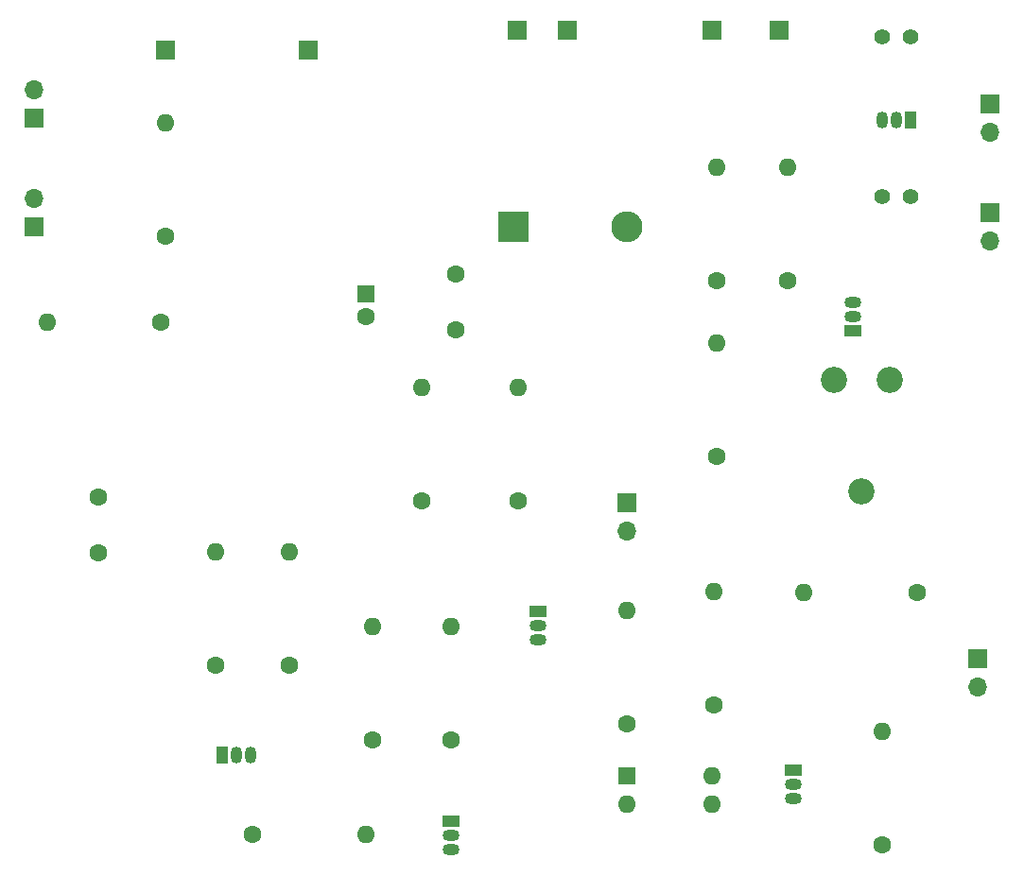
<source format=gbr>
%TF.GenerationSoftware,KiCad,Pcbnew,8.0.2*%
%TF.CreationDate,2024-12-11T18:52:05+01:00*%
%TF.ProjectId,Driver_Lampy_Dozymetrycznej,44726976-6572-45f4-9c61-6d70795f446f,rev?*%
%TF.SameCoordinates,Original*%
%TF.FileFunction,Soldermask,Top*%
%TF.FilePolarity,Negative*%
%FSLAX46Y46*%
G04 Gerber Fmt 4.6, Leading zero omitted, Abs format (unit mm)*
G04 Created by KiCad (PCBNEW 8.0.2) date 2024-12-11 18:52:05*
%MOMM*%
%LPD*%
G01*
G04 APERTURE LIST*
%ADD10R,1.700000X1.700000*%
%ADD11C,1.600000*%
%ADD12O,1.600000X1.600000*%
%ADD13R,1.500000X1.050000*%
%ADD14O,1.500000X1.050000*%
%ADD15R,2.800000X2.800000*%
%ADD16O,2.800000X2.800000*%
%ADD17C,1.400000*%
%ADD18O,1.700000X1.700000*%
%ADD19R,1.050000X1.500000*%
%ADD20O,1.050000X1.500000*%
%ADD21C,2.340000*%
%ADD22R,1.600000X1.600000*%
G04 APERTURE END LIST*
D10*
%TO.C,L_GND1*%
X190080000Y-30670000D03*
%TD*%
D11*
%TO.C,R6*%
X195860000Y-92480000D03*
D12*
X195860000Y-82320000D03*
%TD*%
D13*
%TO.C,Q5*%
X233500000Y-95210000D03*
D14*
X233500000Y-96480000D03*
X233500000Y-97750000D03*
%TD*%
D11*
%TO.C,R12*%
X177250000Y-47330000D03*
D12*
X177250000Y-37170000D03*
%TD*%
D15*
%TO.C,D2*%
X208420000Y-46500000D03*
D16*
X218580000Y-46500000D03*
%TD*%
D11*
%TO.C,R1*%
X185030000Y-100980000D03*
D12*
X195190000Y-100980000D03*
%TD*%
D11*
%TO.C,R8*%
X208860000Y-71060000D03*
D12*
X208860000Y-60900000D03*
%TD*%
D11*
%TO.C,C2*%
X203250000Y-50750000D03*
X203250000Y-55750000D03*
%TD*%
D10*
%TO.C,L_+1*%
X177255000Y-30670000D03*
%TD*%
D17*
%TO.C,C5*%
X241500000Y-43750000D03*
X244000000Y-43750000D03*
%TD*%
D11*
%TO.C,R15*%
X244580000Y-79250000D03*
D12*
X234420000Y-79250000D03*
%TD*%
D10*
%TO.C,GLED1*%
X213250000Y-28875000D03*
%TD*%
D11*
%TO.C,R3*%
X181750000Y-85810000D03*
D12*
X181750000Y-75650000D03*
%TD*%
D11*
%TO.C,R13*%
X176830000Y-55080000D03*
D12*
X166670000Y-55080000D03*
%TD*%
D10*
%TO.C,+3.3V1*%
X251125000Y-35475000D03*
D18*
X251125000Y-38015000D03*
%TD*%
D10*
%TO.C,+400V1*%
X165500000Y-36790000D03*
D18*
X165500000Y-34250000D03*
%TD*%
D10*
%TO.C,G400V1*%
X165500000Y-46500000D03*
D18*
X165500000Y-43960000D03*
%TD*%
D10*
%TO.C,PULSE1*%
X218610000Y-71190000D03*
D18*
X218610000Y-73730000D03*
%TD*%
D11*
%TO.C,R2*%
X188360000Y-85810000D03*
D12*
X188360000Y-75650000D03*
%TD*%
D10*
%TO.C,+SPEAK1*%
X232250000Y-28875000D03*
%TD*%
%TO.C,GSPEAK1*%
X208750000Y-28875000D03*
%TD*%
D13*
%TO.C,Q4*%
X210610000Y-80980000D03*
D14*
X210610000Y-82250000D03*
X210610000Y-83520000D03*
%TD*%
D11*
%TO.C,R7*%
X233000000Y-51330000D03*
D12*
X233000000Y-41170000D03*
%TD*%
D17*
%TO.C,C4*%
X241500000Y-29500000D03*
X244000000Y-29500000D03*
%TD*%
D11*
%TO.C,R10*%
X226610000Y-51285000D03*
D12*
X226610000Y-41125000D03*
%TD*%
D13*
%TO.C,Q3*%
X238860000Y-55770000D03*
D14*
X238860000Y-54500000D03*
X238860000Y-53230000D03*
%TD*%
D19*
%TO.C,U2*%
X244020000Y-36890000D03*
D20*
X242750000Y-36890000D03*
X241480000Y-36890000D03*
%TD*%
D10*
%TO.C,+LED1*%
X226250000Y-28875000D03*
%TD*%
%TO.C,IPULSE1*%
X250000000Y-85225000D03*
D18*
X250000000Y-87765000D03*
%TD*%
D10*
%TO.C,G3.3V1*%
X251125000Y-45225000D03*
D18*
X251125000Y-47765000D03*
%TD*%
D19*
%TO.C,Q1*%
X182340000Y-93840000D03*
D20*
X183610000Y-93840000D03*
X184880000Y-93840000D03*
%TD*%
D21*
%TO.C,RV1*%
X237135000Y-60230000D03*
X239635000Y-70230000D03*
X242135000Y-60230000D03*
%TD*%
D11*
%TO.C,R11*%
X218610000Y-91060000D03*
D12*
X218610000Y-80900000D03*
%TD*%
D11*
%TO.C,R16*%
X241500000Y-101830000D03*
D12*
X241500000Y-91670000D03*
%TD*%
D11*
%TO.C,C1*%
X171250000Y-70750000D03*
X171250000Y-75750000D03*
%TD*%
D13*
%TO.C,Q2*%
X202890000Y-99730000D03*
D14*
X202890000Y-101000000D03*
X202890000Y-102270000D03*
%TD*%
D22*
%TO.C,C3*%
X195250000Y-52544888D03*
D11*
X195250000Y-54544888D03*
%TD*%
%TO.C,R9*%
X226610000Y-67060000D03*
D12*
X226610000Y-56900000D03*
%TD*%
D11*
%TO.C,R4*%
X200250000Y-71080000D03*
D12*
X200250000Y-60920000D03*
%TD*%
D22*
%TO.C,U1*%
X218560000Y-95705000D03*
D12*
X218560000Y-98245000D03*
X226180000Y-98245000D03*
X226180000Y-95705000D03*
%TD*%
D11*
%TO.C,R5*%
X202860000Y-92480000D03*
D12*
X202860000Y-82320000D03*
%TD*%
D11*
%TO.C,R14*%
X226360000Y-89310000D03*
D12*
X226360000Y-79150000D03*
%TD*%
M02*

</source>
